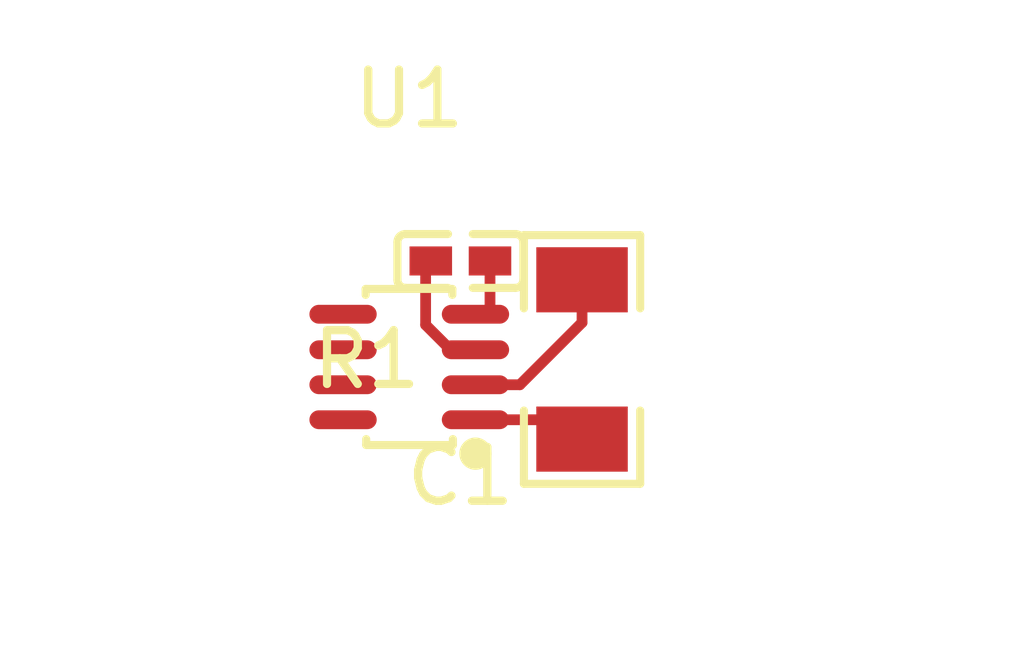
<source format=kicad_pcb>
(kicad_pcb (version 20241229) (generator "pcbnew") (generator_version "9.0")
  (layers (0 "F.Cu" signal) (2 "B.Cu" signal) (13 "F.Paste" user) (15 "B.Paste" user) (5 "F.SilkS" user "F.Silkscreen") (7 "B.SilkS" user "B.Silkscreen") (1 "F.Mask" user) (3 "B.Mask" user) (25 "Edge.Cuts" user))
  (net 0 "")
  (net 1 "IN_")
  (net 2 "ALERT")
  (net 3 "SCL")
  (net 4 "SDA")
  (net 5 "A0")
  (net 6 "hv")
  (net 7 "INplus")
  (net 8 "gnd")
  (footprint "TEXAS_INSTRUMENTS_INA232AIDDFR:SOT-23-8_L2.9-W1.6-P0.65-LS2.8-BR" (layer "F.Cu") (at 154.49 109.26 0)
    (property "Reference" "U1" (at 0 -4.98 0) (layer "F.SilkS") (hide no))
    (property "Value" "")
    (fp_line (start 0.81 1.34) (end 0.81 1.45) (stroke (width 0.15)) (layer "F.SilkS"))
    (fp_line (start 0.81 1.45) (end -0.8 1.45) (stroke (width 0.15)) (layer "F.SilkS"))
    (fp_line (start -0.8 1.45) (end -0.8 1.34) (stroke (width 0.15)) (layer "F.SilkS"))
    (fp_line (start -0.81 -1.34) (end -0.81 -1.45) (stroke (width 0.15)) (layer "F.SilkS"))
    (fp_line (start -0.81 -1.45) (end 0.8 -1.45) (stroke (width 0.15)) (layer "F.SilkS"))
    (fp_line (start 0.8 -1.45) (end 0.8 -1.34) (stroke (width 0.15)) (layer "F.SilkS"))
    (fp_circle (center 1.23 1.61) (end 1.38 1.61) (stroke (width 0.3)) (fill no) (layer "F.SilkS"))
    (fp_text user "${REFERENCE}" (at 0 -4.98 0) (layer "F.SilkS"))
    (pad "1" smd oval (at 1.23 0.98 0) (size 1.25 0.35) (layers "F.Cu" "F.Paste" "F.Mask") (net 7 "INplus"))
    (pad "2" smd oval (at 1.23 0.33 0) (size 1.25 0.35) (layers "F.Cu" "F.Paste" "F.Mask") (net 1 "IN_"))
    (pad "3" smd oval (at 1.23 -0.32 0) (size 1.25 0.35) (layers "F.Cu" "F.Paste" "F.Mask") (net 8 "gnd"))
    (pad "4" smd oval (at 1.23 -0.98 0) (size 1.25 0.35) (layers "F.Cu" "F.Paste" "F.Mask") (net 6 "hv"))
    (pad "8" smd oval (at -1.23 0.98 0) (size 1.25 0.35) (layers "F.Cu" "F.Paste" "F.Mask") (net 2 "ALERT"))
    (pad "7" smd oval (at -1.23 0.33 0) (size 1.25 0.35) (layers "F.Cu" "F.Paste" "F.Mask") (net 5 "A0"))
    (pad "6" smd oval (at -1.23 -0.32 0) (size 1.25 0.35) (layers "F.Cu" "F.Paste" "F.Mask") (net 4 "SDA"))
    (pad "5" smd oval (at -1.23 -0.98 0) (size 1.25 0.35) (layers "F.Cu" "F.Paste" "F.Mask") (net 3 "SCL"))
  )
  (footprint "Samsung_Electro_Mechanics_CL05B104KO5NNNC:C0402" (layer "F.Cu") (at 155.44 107.29 180)
    (property "Reference" "C1" (at 0 -4 0) (layer "F.SilkS") (hide no))
    (property "Value" "100nF ±10% 16V X7R")
    (fp_line (start 1.02 -0.5) (end 0.23 -0.5) (stroke (width 0.15)) (layer "F.SilkS"))
    (fp_line (start 0.23 0.5) (end 1.02 0.5) (stroke (width 0.15)) (layer "F.SilkS"))
    (fp_line (start 1.17 0.35) (end 1.17 -0.35) (stroke (width 0.15)) (layer "F.SilkS"))
    (fp_line (start -1.02 -0.5) (end -0.23 -0.5) (stroke (width 0.15)) (layer "F.SilkS"))
    (fp_line (start -0.23 0.5) (end -1.02 0.5) (stroke (width 0.15)) (layer "F.SilkS"))
    (fp_line (start -1.17 0.35) (end -1.17 -0.35) (stroke (width 0.15)) (layer "F.SilkS"))
    (fp_arc (start 1.17 0.35) (mid 1.1260660171779822 0.456066017177982) (end 1.02 0.4999999999999999) (stroke (width 0.15)) (layer "F.SilkS"))
    (fp_arc (start 1.02 -0.5) (mid 1.1260660171779822 -0.4560660171779821) (end 1.17 -0.35) (stroke (width 0.15)) (layer "F.SilkS"))
    (fp_arc (start -1.17 0.35) (mid -1.1260660171779822 0.456066017177982) (end -1.02 0.4999999999999999) (stroke (width 0.15)) (layer "F.SilkS"))
    (fp_arc (start -1.02 -0.5) (mid -1.1260660171779822 -0.4560660171779821) (end -1.17 -0.35) (stroke (width 0.15)) (layer "F.SilkS"))
    (fp_text user "${REFERENCE}" (at 0 -4 0) (layer "F.SilkS"))
    (pad "2" smd rect (at 0.55 0 180) (size 0.79 0.54) (layers "F.Cu" "F.Paste" "F.Mask") (net 8 "gnd"))
    (pad "1" smd rect (at -0.55 0 180) (size 0.79 0.54) (layers "F.Cu" "F.Paste" "F.Mask") (net 6 "hv"))
  )
  (footprint "UNI_ROYAL_1206W4F0000T5E:R1206" (layer "F.Cu") (at 157.7 109.12 90)
    (property "Reference" "R1" (at 0 -4 0) (layer "F.SilkS") (hide no))
    (property "Value" "0Ω 250mW")
    (fp_line (start 0.95 1.08) (end 2.31 1.08) (stroke (width 0.15)) (layer "F.SilkS"))
    (fp_line (start 2.31 1.08) (end 2.31 -1.08) (stroke (width 0.15)) (layer "F.SilkS"))
    (fp_line (start 2.31 -1.08) (end 0.95 -1.08) (stroke (width 0.15)) (layer "F.SilkS"))
    (fp_line (start -0.95 1.08) (end -2.31 1.08) (stroke (width 0.15)) (layer "F.SilkS"))
    (fp_line (start -2.31 1.08) (end -2.31 -1.08) (stroke (width 0.15)) (layer "F.SilkS"))
    (fp_line (start -2.31 -1.08) (end -0.95 -1.08) (stroke (width 0.15)) (layer "F.SilkS"))
    (fp_text user "${REFERENCE}" (at 0 -4 0) (layer "F.SilkS"))
    (pad "2" smd rect (at 1.48 0 90) (size 1.21 1.7) (layers "F.Cu" "F.Paste" "F.Mask") (net 1 "IN_"))
    (pad "1" smd rect (at -1.48 0 90) (size 1.21 1.7) (layers "F.Cu" "F.Paste" "F.Mask") (net 7 "INplus"))
  )
  (segment (start 156.545 109.59) (end 157.7 108.435) (width 0.2) (net 1) (layer "F.Cu"))
  (segment (start 157.7 108.435) (end 157.7 107.64) (width 0.2) (net 1) (layer "F.Cu"))
  (segment (start 155.72 109.59) (end 156.545 109.59) (width 0.2) (net 1) (layer "F.Cu"))
  (segment (start 155.971805 108.28) (end 155.72 108.28) (width 0.2) (net 6) (layer "F.Cu"))
  (segment (start 155.99 108.261805) (end 155.971805 108.28) (width 0.2) (net 6) (layer "F.Cu"))
  (segment (start 155.99 107.29) (end 155.99 108.261805) (width 0.2) (net 6) (layer "F.Cu"))
  (segment (start 157.34 110.24) (end 157.7 110.6) (width 0.2) (net 7) (layer "F.Cu"))
  (segment (start 155.72 110.24) (end 157.34 110.24) (width 0.2) (net 7) (layer "F.Cu"))
  (segment (start 154.794 108.477166) (end 155.256834 108.94) (width 0.2) (net 8) (layer "F.Cu"))
  (segment (start 154.794 107.386) (end 154.794 108.477166) (width 0.2) (net 8) (layer "F.Cu"))
  (segment (start 154.89 107.29) (end 154.794 107.386) (width 0.2) (net 8) (layer "F.Cu"))
  (segment (start 155.256834 108.94) (end 155.72 108.94) (width 0.2) (net 8) (layer "F.Cu"))
)
</source>
